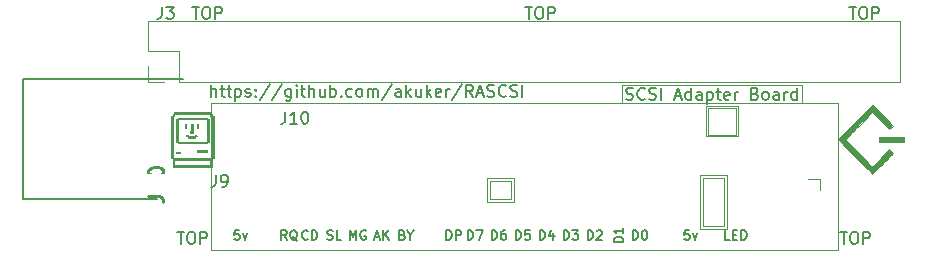
<source format=gto>
G04 #@! TF.GenerationSoftware,KiCad,Pcbnew,(5.1.9-16-g1737927814)-1*
G04 #@! TF.CreationDate,2021-10-16T21:24:18-05:00*
G04 #@! TF.ProjectId,daisy_chain_v2,64616973-795f-4636-9861-696e5f76322e,rev?*
G04 #@! TF.SameCoordinates,Original*
G04 #@! TF.FileFunction,Legend,Top*
G04 #@! TF.FilePolarity,Positive*
%FSLAX46Y46*%
G04 Gerber Fmt 4.6, Leading zero omitted, Abs format (unit mm)*
G04 Created by KiCad (PCBNEW (5.1.9-16-g1737927814)-1) date 2021-10-16 21:24:18*
%MOMM*%
%LPD*%
G01*
G04 APERTURE LIST*
%ADD10C,0.150000*%
%ADD11C,0.120000*%
%ADD12C,0.200000*%
%ADD13C,0.010000*%
%ADD14C,0.254000*%
%ADD15C,1.800000*%
%ADD16R,1.800000X1.800000*%
%ADD17C,2.700000*%
%ADD18C,4.845000*%
%ADD19C,1.545000*%
%ADD20O,1.350000X1.350000*%
%ADD21R,1.350000X1.350000*%
%ADD22O,1.700000X1.700000*%
%ADD23R,1.700000X1.700000*%
G04 APERTURE END LIST*
D10*
X233726476Y-97004380D02*
X234297904Y-97004380D01*
X234012190Y-98004380D02*
X234012190Y-97004380D01*
X234821714Y-97004380D02*
X235012190Y-97004380D01*
X235107428Y-97052000D01*
X235202666Y-97147238D01*
X235250285Y-97337714D01*
X235250285Y-97671047D01*
X235202666Y-97861523D01*
X235107428Y-97956761D01*
X235012190Y-98004380D01*
X234821714Y-98004380D01*
X234726476Y-97956761D01*
X234631238Y-97861523D01*
X234583619Y-97671047D01*
X234583619Y-97337714D01*
X234631238Y-97147238D01*
X234726476Y-97052000D01*
X234821714Y-97004380D01*
X235678857Y-98004380D02*
X235678857Y-97004380D01*
X236059809Y-97004380D01*
X236155047Y-97052000D01*
X236202666Y-97099619D01*
X236250285Y-97194857D01*
X236250285Y-97337714D01*
X236202666Y-97432952D01*
X236155047Y-97480571D01*
X236059809Y-97528190D01*
X235678857Y-97528190D01*
X177592476Y-97004380D02*
X178163904Y-97004380D01*
X177878190Y-98004380D02*
X177878190Y-97004380D01*
X178687714Y-97004380D02*
X178878190Y-97004380D01*
X178973428Y-97052000D01*
X179068666Y-97147238D01*
X179116285Y-97337714D01*
X179116285Y-97671047D01*
X179068666Y-97861523D01*
X178973428Y-97956761D01*
X178878190Y-98004380D01*
X178687714Y-98004380D01*
X178592476Y-97956761D01*
X178497238Y-97861523D01*
X178449619Y-97671047D01*
X178449619Y-97337714D01*
X178497238Y-97147238D01*
X178592476Y-97052000D01*
X178687714Y-97004380D01*
X179544857Y-98004380D02*
X179544857Y-97004380D01*
X179925809Y-97004380D01*
X180021047Y-97052000D01*
X180068666Y-97099619D01*
X180116285Y-97194857D01*
X180116285Y-97337714D01*
X180068666Y-97432952D01*
X180021047Y-97480571D01*
X179925809Y-97528190D01*
X179544857Y-97528190D01*
X207056476Y-77954380D02*
X207627904Y-77954380D01*
X207342190Y-78954380D02*
X207342190Y-77954380D01*
X208151714Y-77954380D02*
X208342190Y-77954380D01*
X208437428Y-78002000D01*
X208532666Y-78097238D01*
X208580285Y-78287714D01*
X208580285Y-78621047D01*
X208532666Y-78811523D01*
X208437428Y-78906761D01*
X208342190Y-78954380D01*
X208151714Y-78954380D01*
X208056476Y-78906761D01*
X207961238Y-78811523D01*
X207913619Y-78621047D01*
X207913619Y-78287714D01*
X207961238Y-78097238D01*
X208056476Y-78002000D01*
X208151714Y-77954380D01*
X209008857Y-78954380D02*
X209008857Y-77954380D01*
X209389809Y-77954380D01*
X209485047Y-78002000D01*
X209532666Y-78049619D01*
X209580285Y-78144857D01*
X209580285Y-78287714D01*
X209532666Y-78382952D01*
X209485047Y-78430571D01*
X209389809Y-78478190D01*
X209008857Y-78478190D01*
X178862476Y-77954380D02*
X179433904Y-77954380D01*
X179148190Y-78954380D02*
X179148190Y-77954380D01*
X179957714Y-77954380D02*
X180148190Y-77954380D01*
X180243428Y-78002000D01*
X180338666Y-78097238D01*
X180386285Y-78287714D01*
X180386285Y-78621047D01*
X180338666Y-78811523D01*
X180243428Y-78906761D01*
X180148190Y-78954380D01*
X179957714Y-78954380D01*
X179862476Y-78906761D01*
X179767238Y-78811523D01*
X179719619Y-78621047D01*
X179719619Y-78287714D01*
X179767238Y-78097238D01*
X179862476Y-78002000D01*
X179957714Y-77954380D01*
X180814857Y-78954380D02*
X180814857Y-77954380D01*
X181195809Y-77954380D01*
X181291047Y-78002000D01*
X181338666Y-78049619D01*
X181386285Y-78144857D01*
X181386285Y-78287714D01*
X181338666Y-78382952D01*
X181291047Y-78430571D01*
X181195809Y-78478190D01*
X180814857Y-78478190D01*
X234488476Y-77954380D02*
X235059904Y-77954380D01*
X234774190Y-78954380D02*
X234774190Y-77954380D01*
X235583714Y-77954380D02*
X235774190Y-77954380D01*
X235869428Y-78002000D01*
X235964666Y-78097238D01*
X236012285Y-78287714D01*
X236012285Y-78621047D01*
X235964666Y-78811523D01*
X235869428Y-78906761D01*
X235774190Y-78954380D01*
X235583714Y-78954380D01*
X235488476Y-78906761D01*
X235393238Y-78811523D01*
X235345619Y-78621047D01*
X235345619Y-78287714D01*
X235393238Y-78097238D01*
X235488476Y-78002000D01*
X235583714Y-77954380D01*
X236440857Y-78954380D02*
X236440857Y-77954380D01*
X236821809Y-77954380D01*
X236917047Y-78002000D01*
X236964666Y-78049619D01*
X237012285Y-78144857D01*
X237012285Y-78287714D01*
X236964666Y-78382952D01*
X236917047Y-78430571D01*
X236821809Y-78478190D01*
X236440857Y-78478190D01*
D11*
X215224000Y-86122000D02*
X215224000Y-84598000D01*
X230464000Y-86122000D02*
X215224000Y-86122000D01*
X230464000Y-84598000D02*
X230464000Y-86122000D01*
X215224000Y-84598000D02*
X230464000Y-84598000D01*
D10*
X215605904Y-85764761D02*
X215748761Y-85812380D01*
X215986857Y-85812380D01*
X216082095Y-85764761D01*
X216129714Y-85717142D01*
X216177333Y-85621904D01*
X216177333Y-85526666D01*
X216129714Y-85431428D01*
X216082095Y-85383809D01*
X215986857Y-85336190D01*
X215796380Y-85288571D01*
X215701142Y-85240952D01*
X215653523Y-85193333D01*
X215605904Y-85098095D01*
X215605904Y-85002857D01*
X215653523Y-84907619D01*
X215701142Y-84860000D01*
X215796380Y-84812380D01*
X216034476Y-84812380D01*
X216177333Y-84860000D01*
X217177333Y-85717142D02*
X217129714Y-85764761D01*
X216986857Y-85812380D01*
X216891619Y-85812380D01*
X216748761Y-85764761D01*
X216653523Y-85669523D01*
X216605904Y-85574285D01*
X216558285Y-85383809D01*
X216558285Y-85240952D01*
X216605904Y-85050476D01*
X216653523Y-84955238D01*
X216748761Y-84860000D01*
X216891619Y-84812380D01*
X216986857Y-84812380D01*
X217129714Y-84860000D01*
X217177333Y-84907619D01*
X217558285Y-85764761D02*
X217701142Y-85812380D01*
X217939238Y-85812380D01*
X218034476Y-85764761D01*
X218082095Y-85717142D01*
X218129714Y-85621904D01*
X218129714Y-85526666D01*
X218082095Y-85431428D01*
X218034476Y-85383809D01*
X217939238Y-85336190D01*
X217748761Y-85288571D01*
X217653523Y-85240952D01*
X217605904Y-85193333D01*
X217558285Y-85098095D01*
X217558285Y-85002857D01*
X217605904Y-84907619D01*
X217653523Y-84860000D01*
X217748761Y-84812380D01*
X217986857Y-84812380D01*
X218129714Y-84860000D01*
X218558285Y-85812380D02*
X218558285Y-84812380D01*
X219748761Y-85526666D02*
X220224952Y-85526666D01*
X219653523Y-85812380D02*
X219986857Y-84812380D01*
X220320190Y-85812380D01*
X221082095Y-85812380D02*
X221082095Y-84812380D01*
X221082095Y-85764761D02*
X220986857Y-85812380D01*
X220796380Y-85812380D01*
X220701142Y-85764761D01*
X220653523Y-85717142D01*
X220605904Y-85621904D01*
X220605904Y-85336190D01*
X220653523Y-85240952D01*
X220701142Y-85193333D01*
X220796380Y-85145714D01*
X220986857Y-85145714D01*
X221082095Y-85193333D01*
X221986857Y-85812380D02*
X221986857Y-85288571D01*
X221939238Y-85193333D01*
X221844000Y-85145714D01*
X221653523Y-85145714D01*
X221558285Y-85193333D01*
X221986857Y-85764761D02*
X221891619Y-85812380D01*
X221653523Y-85812380D01*
X221558285Y-85764761D01*
X221510666Y-85669523D01*
X221510666Y-85574285D01*
X221558285Y-85479047D01*
X221653523Y-85431428D01*
X221891619Y-85431428D01*
X221986857Y-85383809D01*
X222463047Y-85145714D02*
X222463047Y-86145714D01*
X222463047Y-85193333D02*
X222558285Y-85145714D01*
X222748761Y-85145714D01*
X222844000Y-85193333D01*
X222891619Y-85240952D01*
X222939238Y-85336190D01*
X222939238Y-85621904D01*
X222891619Y-85717142D01*
X222844000Y-85764761D01*
X222748761Y-85812380D01*
X222558285Y-85812380D01*
X222463047Y-85764761D01*
X223224952Y-85145714D02*
X223605904Y-85145714D01*
X223367809Y-84812380D02*
X223367809Y-85669523D01*
X223415428Y-85764761D01*
X223510666Y-85812380D01*
X223605904Y-85812380D01*
X224320190Y-85764761D02*
X224224952Y-85812380D01*
X224034476Y-85812380D01*
X223939238Y-85764761D01*
X223891619Y-85669523D01*
X223891619Y-85288571D01*
X223939238Y-85193333D01*
X224034476Y-85145714D01*
X224224952Y-85145714D01*
X224320190Y-85193333D01*
X224367809Y-85288571D01*
X224367809Y-85383809D01*
X223891619Y-85479047D01*
X224796380Y-85812380D02*
X224796380Y-85145714D01*
X224796380Y-85336190D02*
X224844000Y-85240952D01*
X224891619Y-85193333D01*
X224986857Y-85145714D01*
X225082095Y-85145714D01*
X226510666Y-85288571D02*
X226653523Y-85336190D01*
X226701142Y-85383809D01*
X226748761Y-85479047D01*
X226748761Y-85621904D01*
X226701142Y-85717142D01*
X226653523Y-85764761D01*
X226558285Y-85812380D01*
X226177333Y-85812380D01*
X226177333Y-84812380D01*
X226510666Y-84812380D01*
X226605904Y-84860000D01*
X226653523Y-84907619D01*
X226701142Y-85002857D01*
X226701142Y-85098095D01*
X226653523Y-85193333D01*
X226605904Y-85240952D01*
X226510666Y-85288571D01*
X226177333Y-85288571D01*
X227320190Y-85812380D02*
X227224952Y-85764761D01*
X227177333Y-85717142D01*
X227129714Y-85621904D01*
X227129714Y-85336190D01*
X227177333Y-85240952D01*
X227224952Y-85193333D01*
X227320190Y-85145714D01*
X227463047Y-85145714D01*
X227558285Y-85193333D01*
X227605904Y-85240952D01*
X227653523Y-85336190D01*
X227653523Y-85621904D01*
X227605904Y-85717142D01*
X227558285Y-85764761D01*
X227463047Y-85812380D01*
X227320190Y-85812380D01*
X228510666Y-85812380D02*
X228510666Y-85288571D01*
X228463047Y-85193333D01*
X228367809Y-85145714D01*
X228177333Y-85145714D01*
X228082095Y-85193333D01*
X228510666Y-85764761D02*
X228415428Y-85812380D01*
X228177333Y-85812380D01*
X228082095Y-85764761D01*
X228034476Y-85669523D01*
X228034476Y-85574285D01*
X228082095Y-85479047D01*
X228177333Y-85431428D01*
X228415428Y-85431428D01*
X228510666Y-85383809D01*
X228986857Y-85812380D02*
X228986857Y-85145714D01*
X228986857Y-85336190D02*
X229034476Y-85240952D01*
X229082095Y-85193333D01*
X229177333Y-85145714D01*
X229272571Y-85145714D01*
X230034476Y-85812380D02*
X230034476Y-84812380D01*
X230034476Y-85764761D02*
X229939238Y-85812380D01*
X229748761Y-85812380D01*
X229653523Y-85764761D01*
X229605904Y-85717142D01*
X229558285Y-85621904D01*
X229558285Y-85336190D01*
X229605904Y-85240952D01*
X229653523Y-85193333D01*
X229748761Y-85145714D01*
X229939238Y-85145714D01*
X230034476Y-85193333D01*
X186728476Y-86844380D02*
X186728476Y-87558666D01*
X186680857Y-87701523D01*
X186585619Y-87796761D01*
X186442761Y-87844380D01*
X186347523Y-87844380D01*
X187728476Y-87844380D02*
X187157047Y-87844380D01*
X187442761Y-87844380D02*
X187442761Y-86844380D01*
X187347523Y-86987238D01*
X187252285Y-87082476D01*
X187157047Y-87130095D01*
X188347523Y-86844380D02*
X188442761Y-86844380D01*
X188538000Y-86892000D01*
X188585619Y-86939619D01*
X188633238Y-87034857D01*
X188680857Y-87225333D01*
X188680857Y-87463428D01*
X188633238Y-87653904D01*
X188585619Y-87749142D01*
X188538000Y-87796761D01*
X188442761Y-87844380D01*
X188347523Y-87844380D01*
X188252285Y-87796761D01*
X188204666Y-87749142D01*
X188157047Y-87653904D01*
X188109428Y-87463428D01*
X188109428Y-87225333D01*
X188157047Y-87034857D01*
X188204666Y-86939619D01*
X188252285Y-86892000D01*
X188347523Y-86844380D01*
X180854666Y-92178380D02*
X180854666Y-92892666D01*
X180807047Y-93035523D01*
X180711809Y-93130761D01*
X180568952Y-93178380D01*
X180473714Y-93178380D01*
X181378476Y-93178380D02*
X181568952Y-93178380D01*
X181664190Y-93130761D01*
X181711809Y-93083142D01*
X181807047Y-92940285D01*
X181854666Y-92749809D01*
X181854666Y-92368857D01*
X181807047Y-92273619D01*
X181759428Y-92226000D01*
X181664190Y-92178380D01*
X181473714Y-92178380D01*
X181378476Y-92226000D01*
X181330857Y-92273619D01*
X181283238Y-92368857D01*
X181283238Y-92606952D01*
X181330857Y-92702190D01*
X181378476Y-92749809D01*
X181473714Y-92797428D01*
X181664190Y-92797428D01*
X181759428Y-92749809D01*
X181807047Y-92702190D01*
X181854666Y-92606952D01*
D11*
X221828000Y-96790000D02*
X221828000Y-92218000D01*
X224114000Y-96790000D02*
X221828000Y-96790000D01*
X224114000Y-92218000D02*
X224114000Y-96790000D01*
X221828000Y-92218000D02*
X224114000Y-92218000D01*
X222082000Y-96536000D02*
X222082000Y-92472000D01*
X223860000Y-96536000D02*
X222082000Y-96536000D01*
X223860000Y-92472000D02*
X223860000Y-96536000D01*
X222082000Y-92472000D02*
X223860000Y-92472000D01*
X204048000Y-94250000D02*
X204048000Y-92726000D01*
X205826000Y-94250000D02*
X204048000Y-94250000D01*
X205826000Y-92726000D02*
X205826000Y-94250000D01*
X204048000Y-92726000D02*
X205826000Y-92726000D01*
X203794000Y-94504000D02*
X203794000Y-92472000D01*
X206080000Y-94504000D02*
X203794000Y-94504000D01*
X206080000Y-92472000D02*
X206080000Y-94504000D01*
X203794000Y-92472000D02*
X206080000Y-92472000D01*
D10*
X224361714Y-97659904D02*
X223980761Y-97659904D01*
X223980761Y-96859904D01*
X224628380Y-97240857D02*
X224895047Y-97240857D01*
X225009333Y-97659904D02*
X224628380Y-97659904D01*
X224628380Y-96859904D01*
X225009333Y-96859904D01*
X225352190Y-97659904D02*
X225352190Y-96859904D01*
X225542666Y-96859904D01*
X225656952Y-96898000D01*
X225733142Y-96974190D01*
X225771238Y-97050380D01*
X225809333Y-97202761D01*
X225809333Y-97317047D01*
X225771238Y-97469428D01*
X225733142Y-97545619D01*
X225656952Y-97621809D01*
X225542666Y-97659904D01*
X225352190Y-97659904D01*
X200390476Y-97659904D02*
X200390476Y-96859904D01*
X200580952Y-96859904D01*
X200695238Y-96898000D01*
X200771428Y-96974190D01*
X200809523Y-97050380D01*
X200847619Y-97202761D01*
X200847619Y-97317047D01*
X200809523Y-97469428D01*
X200771428Y-97545619D01*
X200695238Y-97621809D01*
X200580952Y-97659904D01*
X200390476Y-97659904D01*
X201190476Y-97659904D02*
X201190476Y-96859904D01*
X201495238Y-96859904D01*
X201571428Y-96898000D01*
X201609523Y-96936095D01*
X201647619Y-97012285D01*
X201647619Y-97126571D01*
X201609523Y-97202761D01*
X201571428Y-97240857D01*
X201495238Y-97278952D01*
X201190476Y-97278952D01*
X206251523Y-97659904D02*
X206251523Y-96859904D01*
X206442000Y-96859904D01*
X206556285Y-96898000D01*
X206632476Y-96974190D01*
X206670571Y-97050380D01*
X206708666Y-97202761D01*
X206708666Y-97317047D01*
X206670571Y-97469428D01*
X206632476Y-97545619D01*
X206556285Y-97621809D01*
X206442000Y-97659904D01*
X206251523Y-97659904D01*
X207432476Y-96859904D02*
X207051523Y-96859904D01*
X207013428Y-97240857D01*
X207051523Y-97202761D01*
X207127714Y-97164666D01*
X207318190Y-97164666D01*
X207394380Y-97202761D01*
X207432476Y-97240857D01*
X207470571Y-97317047D01*
X207470571Y-97507523D01*
X207432476Y-97583714D01*
X207394380Y-97621809D01*
X207318190Y-97659904D01*
X207127714Y-97659904D01*
X207051523Y-97621809D01*
X207013428Y-97583714D01*
X215331904Y-97888476D02*
X214531904Y-97888476D01*
X214531904Y-97698000D01*
X214570000Y-97583714D01*
X214646190Y-97507523D01*
X214722380Y-97469428D01*
X214874761Y-97431333D01*
X214989047Y-97431333D01*
X215141428Y-97469428D01*
X215217619Y-97507523D01*
X215293809Y-97583714D01*
X215331904Y-97698000D01*
X215331904Y-97888476D01*
X215331904Y-96669428D02*
X215331904Y-97126571D01*
X215331904Y-96898000D02*
X214531904Y-96898000D01*
X214646190Y-96974190D01*
X214722380Y-97050380D01*
X214760476Y-97126571D01*
X216157523Y-97659904D02*
X216157523Y-96859904D01*
X216348000Y-96859904D01*
X216462285Y-96898000D01*
X216538476Y-96974190D01*
X216576571Y-97050380D01*
X216614666Y-97202761D01*
X216614666Y-97317047D01*
X216576571Y-97469428D01*
X216538476Y-97545619D01*
X216462285Y-97621809D01*
X216348000Y-97659904D01*
X216157523Y-97659904D01*
X217109904Y-96859904D02*
X217186095Y-96859904D01*
X217262285Y-96898000D01*
X217300380Y-96936095D01*
X217338476Y-97012285D01*
X217376571Y-97164666D01*
X217376571Y-97355142D01*
X217338476Y-97507523D01*
X217300380Y-97583714D01*
X217262285Y-97621809D01*
X217186095Y-97659904D01*
X217109904Y-97659904D01*
X217033714Y-97621809D01*
X216995619Y-97583714D01*
X216957523Y-97507523D01*
X216919428Y-97355142D01*
X216919428Y-97164666D01*
X216957523Y-97012285D01*
X216995619Y-96936095D01*
X217033714Y-96898000D01*
X217109904Y-96859904D01*
X212347523Y-97659904D02*
X212347523Y-96859904D01*
X212538000Y-96859904D01*
X212652285Y-96898000D01*
X212728476Y-96974190D01*
X212766571Y-97050380D01*
X212804666Y-97202761D01*
X212804666Y-97317047D01*
X212766571Y-97469428D01*
X212728476Y-97545619D01*
X212652285Y-97621809D01*
X212538000Y-97659904D01*
X212347523Y-97659904D01*
X213109428Y-96936095D02*
X213147523Y-96898000D01*
X213223714Y-96859904D01*
X213414190Y-96859904D01*
X213490380Y-96898000D01*
X213528476Y-96936095D01*
X213566571Y-97012285D01*
X213566571Y-97088476D01*
X213528476Y-97202761D01*
X213071333Y-97659904D01*
X213566571Y-97659904D01*
X210315523Y-97659904D02*
X210315523Y-96859904D01*
X210506000Y-96859904D01*
X210620285Y-96898000D01*
X210696476Y-96974190D01*
X210734571Y-97050380D01*
X210772666Y-97202761D01*
X210772666Y-97317047D01*
X210734571Y-97469428D01*
X210696476Y-97545619D01*
X210620285Y-97621809D01*
X210506000Y-97659904D01*
X210315523Y-97659904D01*
X211039333Y-96859904D02*
X211534571Y-96859904D01*
X211267904Y-97164666D01*
X211382190Y-97164666D01*
X211458380Y-97202761D01*
X211496476Y-97240857D01*
X211534571Y-97317047D01*
X211534571Y-97507523D01*
X211496476Y-97583714D01*
X211458380Y-97621809D01*
X211382190Y-97659904D01*
X211153619Y-97659904D01*
X211077428Y-97621809D01*
X211039333Y-97583714D01*
X208283523Y-97659904D02*
X208283523Y-96859904D01*
X208474000Y-96859904D01*
X208588285Y-96898000D01*
X208664476Y-96974190D01*
X208702571Y-97050380D01*
X208740666Y-97202761D01*
X208740666Y-97317047D01*
X208702571Y-97469428D01*
X208664476Y-97545619D01*
X208588285Y-97621809D01*
X208474000Y-97659904D01*
X208283523Y-97659904D01*
X209426380Y-97126571D02*
X209426380Y-97659904D01*
X209235904Y-96821809D02*
X209045428Y-97393238D01*
X209540666Y-97393238D01*
X202187523Y-97659904D02*
X202187523Y-96859904D01*
X202378000Y-96859904D01*
X202492285Y-96898000D01*
X202568476Y-96974190D01*
X202606571Y-97050380D01*
X202644666Y-97202761D01*
X202644666Y-97317047D01*
X202606571Y-97469428D01*
X202568476Y-97545619D01*
X202492285Y-97621809D01*
X202378000Y-97659904D01*
X202187523Y-97659904D01*
X202911333Y-96859904D02*
X203444666Y-96859904D01*
X203101809Y-97659904D01*
X204219523Y-97659904D02*
X204219523Y-96859904D01*
X204410000Y-96859904D01*
X204524285Y-96898000D01*
X204600476Y-96974190D01*
X204638571Y-97050380D01*
X204676666Y-97202761D01*
X204676666Y-97317047D01*
X204638571Y-97469428D01*
X204600476Y-97545619D01*
X204524285Y-97621809D01*
X204410000Y-97659904D01*
X204219523Y-97659904D01*
X205362380Y-96859904D02*
X205210000Y-96859904D01*
X205133809Y-96898000D01*
X205095714Y-96936095D01*
X205019523Y-97050380D01*
X204981428Y-97202761D01*
X204981428Y-97507523D01*
X205019523Y-97583714D01*
X205057619Y-97621809D01*
X205133809Y-97659904D01*
X205286190Y-97659904D01*
X205362380Y-97621809D01*
X205400476Y-97583714D01*
X205438571Y-97507523D01*
X205438571Y-97317047D01*
X205400476Y-97240857D01*
X205362380Y-97202761D01*
X205286190Y-97164666D01*
X205133809Y-97164666D01*
X205057619Y-97202761D01*
X205019523Y-97240857D01*
X204981428Y-97317047D01*
X196650285Y-97240857D02*
X196764571Y-97278952D01*
X196802666Y-97317047D01*
X196840761Y-97393238D01*
X196840761Y-97507523D01*
X196802666Y-97583714D01*
X196764571Y-97621809D01*
X196688380Y-97659904D01*
X196383619Y-97659904D01*
X196383619Y-96859904D01*
X196650285Y-96859904D01*
X196726476Y-96898000D01*
X196764571Y-96936095D01*
X196802666Y-97012285D01*
X196802666Y-97088476D01*
X196764571Y-97164666D01*
X196726476Y-97202761D01*
X196650285Y-97240857D01*
X196383619Y-97240857D01*
X197336000Y-97278952D02*
X197336000Y-97659904D01*
X197069333Y-96859904D02*
X197336000Y-97278952D01*
X197602666Y-96859904D01*
X194313523Y-97431333D02*
X194694476Y-97431333D01*
X194237333Y-97659904D02*
X194504000Y-96859904D01*
X194770666Y-97659904D01*
X195037333Y-97659904D02*
X195037333Y-96859904D01*
X195494476Y-97659904D02*
X195151619Y-97202761D01*
X195494476Y-96859904D02*
X195037333Y-97317047D01*
X220951714Y-96859904D02*
X220570761Y-96859904D01*
X220532666Y-97240857D01*
X220570761Y-97202761D01*
X220646952Y-97164666D01*
X220837428Y-97164666D01*
X220913619Y-97202761D01*
X220951714Y-97240857D01*
X220989809Y-97317047D01*
X220989809Y-97507523D01*
X220951714Y-97583714D01*
X220913619Y-97621809D01*
X220837428Y-97659904D01*
X220646952Y-97659904D01*
X220570761Y-97621809D01*
X220532666Y-97583714D01*
X221256476Y-97126571D02*
X221446952Y-97659904D01*
X221637428Y-97126571D01*
X192205333Y-97659904D02*
X192205333Y-96859904D01*
X192472000Y-97431333D01*
X192738666Y-96859904D01*
X192738666Y-97659904D01*
X193538666Y-96898000D02*
X193462476Y-96859904D01*
X193348190Y-96859904D01*
X193233904Y-96898000D01*
X193157714Y-96974190D01*
X193119619Y-97050380D01*
X193081523Y-97202761D01*
X193081523Y-97317047D01*
X193119619Y-97469428D01*
X193157714Y-97545619D01*
X193233904Y-97621809D01*
X193348190Y-97659904D01*
X193424380Y-97659904D01*
X193538666Y-97621809D01*
X193576761Y-97583714D01*
X193576761Y-97317047D01*
X193424380Y-97317047D01*
X182851714Y-96859904D02*
X182470761Y-96859904D01*
X182432666Y-97240857D01*
X182470761Y-97202761D01*
X182546952Y-97164666D01*
X182737428Y-97164666D01*
X182813619Y-97202761D01*
X182851714Y-97240857D01*
X182889809Y-97317047D01*
X182889809Y-97507523D01*
X182851714Y-97583714D01*
X182813619Y-97621809D01*
X182737428Y-97659904D01*
X182546952Y-97659904D01*
X182470761Y-97621809D01*
X182432666Y-97583714D01*
X183156476Y-97126571D02*
X183346952Y-97659904D01*
X183537428Y-97126571D01*
X188655619Y-97583714D02*
X188617523Y-97621809D01*
X188503238Y-97659904D01*
X188427047Y-97659904D01*
X188312761Y-97621809D01*
X188236571Y-97545619D01*
X188198476Y-97469428D01*
X188160380Y-97317047D01*
X188160380Y-97202761D01*
X188198476Y-97050380D01*
X188236571Y-96974190D01*
X188312761Y-96898000D01*
X188427047Y-96859904D01*
X188503238Y-96859904D01*
X188617523Y-96898000D01*
X188655619Y-96936095D01*
X188998476Y-97659904D02*
X188998476Y-96859904D01*
X189188952Y-96859904D01*
X189303238Y-96898000D01*
X189379428Y-96974190D01*
X189417523Y-97050380D01*
X189455619Y-97202761D01*
X189455619Y-97317047D01*
X189417523Y-97469428D01*
X189379428Y-97545619D01*
X189303238Y-97621809D01*
X189188952Y-97659904D01*
X188998476Y-97659904D01*
X186858571Y-97659904D02*
X186591904Y-97278952D01*
X186401428Y-97659904D02*
X186401428Y-96859904D01*
X186706190Y-96859904D01*
X186782380Y-96898000D01*
X186820476Y-96936095D01*
X186858571Y-97012285D01*
X186858571Y-97126571D01*
X186820476Y-97202761D01*
X186782380Y-97240857D01*
X186706190Y-97278952D01*
X186401428Y-97278952D01*
X187734761Y-97736095D02*
X187658571Y-97698000D01*
X187582380Y-97621809D01*
X187468095Y-97507523D01*
X187391904Y-97469428D01*
X187315714Y-97469428D01*
X187353809Y-97659904D02*
X187277619Y-97621809D01*
X187201428Y-97545619D01*
X187163333Y-97393238D01*
X187163333Y-97126571D01*
X187201428Y-96974190D01*
X187277619Y-96898000D01*
X187353809Y-96859904D01*
X187506190Y-96859904D01*
X187582380Y-96898000D01*
X187658571Y-96974190D01*
X187696666Y-97126571D01*
X187696666Y-97393238D01*
X187658571Y-97545619D01*
X187582380Y-97621809D01*
X187506190Y-97659904D01*
X187353809Y-97659904D01*
X190287619Y-97621809D02*
X190401904Y-97659904D01*
X190592380Y-97659904D01*
X190668571Y-97621809D01*
X190706666Y-97583714D01*
X190744761Y-97507523D01*
X190744761Y-97431333D01*
X190706666Y-97355142D01*
X190668571Y-97317047D01*
X190592380Y-97278952D01*
X190440000Y-97240857D01*
X190363809Y-97202761D01*
X190325714Y-97164666D01*
X190287619Y-97088476D01*
X190287619Y-97012285D01*
X190325714Y-96936095D01*
X190363809Y-96898000D01*
X190440000Y-96859904D01*
X190630476Y-96859904D01*
X190744761Y-96898000D01*
X191468571Y-97659904D02*
X191087619Y-97659904D01*
X191087619Y-96859904D01*
X180467333Y-85558380D02*
X180467333Y-84558380D01*
X180895904Y-85558380D02*
X180895904Y-85034571D01*
X180848285Y-84939333D01*
X180753047Y-84891714D01*
X180610190Y-84891714D01*
X180514952Y-84939333D01*
X180467333Y-84986952D01*
X181229238Y-84891714D02*
X181610190Y-84891714D01*
X181372095Y-84558380D02*
X181372095Y-85415523D01*
X181419714Y-85510761D01*
X181514952Y-85558380D01*
X181610190Y-85558380D01*
X181800666Y-84891714D02*
X182181619Y-84891714D01*
X181943523Y-84558380D02*
X181943523Y-85415523D01*
X181991142Y-85510761D01*
X182086380Y-85558380D01*
X182181619Y-85558380D01*
X182514952Y-84891714D02*
X182514952Y-85891714D01*
X182514952Y-84939333D02*
X182610190Y-84891714D01*
X182800666Y-84891714D01*
X182895904Y-84939333D01*
X182943523Y-84986952D01*
X182991142Y-85082190D01*
X182991142Y-85367904D01*
X182943523Y-85463142D01*
X182895904Y-85510761D01*
X182800666Y-85558380D01*
X182610190Y-85558380D01*
X182514952Y-85510761D01*
X183372095Y-85510761D02*
X183467333Y-85558380D01*
X183657809Y-85558380D01*
X183753047Y-85510761D01*
X183800666Y-85415523D01*
X183800666Y-85367904D01*
X183753047Y-85272666D01*
X183657809Y-85225047D01*
X183514952Y-85225047D01*
X183419714Y-85177428D01*
X183372095Y-85082190D01*
X183372095Y-85034571D01*
X183419714Y-84939333D01*
X183514952Y-84891714D01*
X183657809Y-84891714D01*
X183753047Y-84939333D01*
X184229238Y-85463142D02*
X184276857Y-85510761D01*
X184229238Y-85558380D01*
X184181619Y-85510761D01*
X184229238Y-85463142D01*
X184229238Y-85558380D01*
X184229238Y-84939333D02*
X184276857Y-84986952D01*
X184229238Y-85034571D01*
X184181619Y-84986952D01*
X184229238Y-84939333D01*
X184229238Y-85034571D01*
X185419714Y-84510761D02*
X184562571Y-85796476D01*
X186467333Y-84510761D02*
X185610190Y-85796476D01*
X187229238Y-84891714D02*
X187229238Y-85701238D01*
X187181619Y-85796476D01*
X187134000Y-85844095D01*
X187038761Y-85891714D01*
X186895904Y-85891714D01*
X186800666Y-85844095D01*
X187229238Y-85510761D02*
X187134000Y-85558380D01*
X186943523Y-85558380D01*
X186848285Y-85510761D01*
X186800666Y-85463142D01*
X186753047Y-85367904D01*
X186753047Y-85082190D01*
X186800666Y-84986952D01*
X186848285Y-84939333D01*
X186943523Y-84891714D01*
X187134000Y-84891714D01*
X187229238Y-84939333D01*
X187705428Y-85558380D02*
X187705428Y-84891714D01*
X187705428Y-84558380D02*
X187657809Y-84606000D01*
X187705428Y-84653619D01*
X187753047Y-84606000D01*
X187705428Y-84558380D01*
X187705428Y-84653619D01*
X188038761Y-84891714D02*
X188419714Y-84891714D01*
X188181619Y-84558380D02*
X188181619Y-85415523D01*
X188229238Y-85510761D01*
X188324476Y-85558380D01*
X188419714Y-85558380D01*
X188753047Y-85558380D02*
X188753047Y-84558380D01*
X189181619Y-85558380D02*
X189181619Y-85034571D01*
X189134000Y-84939333D01*
X189038761Y-84891714D01*
X188895904Y-84891714D01*
X188800666Y-84939333D01*
X188753047Y-84986952D01*
X190086380Y-84891714D02*
X190086380Y-85558380D01*
X189657809Y-84891714D02*
X189657809Y-85415523D01*
X189705428Y-85510761D01*
X189800666Y-85558380D01*
X189943523Y-85558380D01*
X190038761Y-85510761D01*
X190086380Y-85463142D01*
X190562571Y-85558380D02*
X190562571Y-84558380D01*
X190562571Y-84939333D02*
X190657809Y-84891714D01*
X190848285Y-84891714D01*
X190943523Y-84939333D01*
X190991142Y-84986952D01*
X191038761Y-85082190D01*
X191038761Y-85367904D01*
X190991142Y-85463142D01*
X190943523Y-85510761D01*
X190848285Y-85558380D01*
X190657809Y-85558380D01*
X190562571Y-85510761D01*
X191467333Y-85463142D02*
X191514952Y-85510761D01*
X191467333Y-85558380D01*
X191419714Y-85510761D01*
X191467333Y-85463142D01*
X191467333Y-85558380D01*
X192372095Y-85510761D02*
X192276857Y-85558380D01*
X192086380Y-85558380D01*
X191991142Y-85510761D01*
X191943523Y-85463142D01*
X191895904Y-85367904D01*
X191895904Y-85082190D01*
X191943523Y-84986952D01*
X191991142Y-84939333D01*
X192086380Y-84891714D01*
X192276857Y-84891714D01*
X192372095Y-84939333D01*
X192943523Y-85558380D02*
X192848285Y-85510761D01*
X192800666Y-85463142D01*
X192753047Y-85367904D01*
X192753047Y-85082190D01*
X192800666Y-84986952D01*
X192848285Y-84939333D01*
X192943523Y-84891714D01*
X193086380Y-84891714D01*
X193181619Y-84939333D01*
X193229238Y-84986952D01*
X193276857Y-85082190D01*
X193276857Y-85367904D01*
X193229238Y-85463142D01*
X193181619Y-85510761D01*
X193086380Y-85558380D01*
X192943523Y-85558380D01*
X193705428Y-85558380D02*
X193705428Y-84891714D01*
X193705428Y-84986952D02*
X193753047Y-84939333D01*
X193848285Y-84891714D01*
X193991142Y-84891714D01*
X194086380Y-84939333D01*
X194134000Y-85034571D01*
X194134000Y-85558380D01*
X194134000Y-85034571D02*
X194181619Y-84939333D01*
X194276857Y-84891714D01*
X194419714Y-84891714D01*
X194514952Y-84939333D01*
X194562571Y-85034571D01*
X194562571Y-85558380D01*
X195753047Y-84510761D02*
X194895904Y-85796476D01*
X196514952Y-85558380D02*
X196514952Y-85034571D01*
X196467333Y-84939333D01*
X196372095Y-84891714D01*
X196181619Y-84891714D01*
X196086380Y-84939333D01*
X196514952Y-85510761D02*
X196419714Y-85558380D01*
X196181619Y-85558380D01*
X196086380Y-85510761D01*
X196038761Y-85415523D01*
X196038761Y-85320285D01*
X196086380Y-85225047D01*
X196181619Y-85177428D01*
X196419714Y-85177428D01*
X196514952Y-85129809D01*
X196991142Y-85558380D02*
X196991142Y-84558380D01*
X197086380Y-85177428D02*
X197372095Y-85558380D01*
X197372095Y-84891714D02*
X196991142Y-85272666D01*
X198229238Y-84891714D02*
X198229238Y-85558380D01*
X197800666Y-84891714D02*
X197800666Y-85415523D01*
X197848285Y-85510761D01*
X197943523Y-85558380D01*
X198086380Y-85558380D01*
X198181619Y-85510761D01*
X198229238Y-85463142D01*
X198705428Y-85558380D02*
X198705428Y-84558380D01*
X198800666Y-85177428D02*
X199086380Y-85558380D01*
X199086380Y-84891714D02*
X198705428Y-85272666D01*
X199895904Y-85510761D02*
X199800666Y-85558380D01*
X199610190Y-85558380D01*
X199514952Y-85510761D01*
X199467333Y-85415523D01*
X199467333Y-85034571D01*
X199514952Y-84939333D01*
X199610190Y-84891714D01*
X199800666Y-84891714D01*
X199895904Y-84939333D01*
X199943523Y-85034571D01*
X199943523Y-85129809D01*
X199467333Y-85225047D01*
X200372095Y-85558380D02*
X200372095Y-84891714D01*
X200372095Y-85082190D02*
X200419714Y-84986952D01*
X200467333Y-84939333D01*
X200562571Y-84891714D01*
X200657809Y-84891714D01*
X201705428Y-84510761D02*
X200848285Y-85796476D01*
X202610190Y-85558380D02*
X202276857Y-85082190D01*
X202038761Y-85558380D02*
X202038761Y-84558380D01*
X202419714Y-84558380D01*
X202514952Y-84606000D01*
X202562571Y-84653619D01*
X202610190Y-84748857D01*
X202610190Y-84891714D01*
X202562571Y-84986952D01*
X202514952Y-85034571D01*
X202419714Y-85082190D01*
X202038761Y-85082190D01*
X202991142Y-85272666D02*
X203467333Y-85272666D01*
X202895904Y-85558380D02*
X203229238Y-84558380D01*
X203562571Y-85558380D01*
X203848285Y-85510761D02*
X203991142Y-85558380D01*
X204229238Y-85558380D01*
X204324476Y-85510761D01*
X204372095Y-85463142D01*
X204419714Y-85367904D01*
X204419714Y-85272666D01*
X204372095Y-85177428D01*
X204324476Y-85129809D01*
X204229238Y-85082190D01*
X204038761Y-85034571D01*
X203943523Y-84986952D01*
X203895904Y-84939333D01*
X203848285Y-84844095D01*
X203848285Y-84748857D01*
X203895904Y-84653619D01*
X203943523Y-84606000D01*
X204038761Y-84558380D01*
X204276857Y-84558380D01*
X204419714Y-84606000D01*
X205419714Y-85463142D02*
X205372095Y-85510761D01*
X205229238Y-85558380D01*
X205134000Y-85558380D01*
X204991142Y-85510761D01*
X204895904Y-85415523D01*
X204848285Y-85320285D01*
X204800666Y-85129809D01*
X204800666Y-84986952D01*
X204848285Y-84796476D01*
X204895904Y-84701238D01*
X204991142Y-84606000D01*
X205134000Y-84558380D01*
X205229238Y-84558380D01*
X205372095Y-84606000D01*
X205419714Y-84653619D01*
X205800666Y-85510761D02*
X205943523Y-85558380D01*
X206181619Y-85558380D01*
X206276857Y-85510761D01*
X206324476Y-85463142D01*
X206372095Y-85367904D01*
X206372095Y-85272666D01*
X206324476Y-85177428D01*
X206276857Y-85129809D01*
X206181619Y-85082190D01*
X205991142Y-85034571D01*
X205895904Y-84986952D01*
X205848285Y-84939333D01*
X205800666Y-84844095D01*
X205800666Y-84748857D01*
X205848285Y-84653619D01*
X205895904Y-84606000D01*
X205991142Y-84558380D01*
X206229238Y-84558380D01*
X206372095Y-84606000D01*
X206800666Y-85558380D02*
X206800666Y-84558380D01*
D11*
X222504000Y-88773000D02*
X222504000Y-86487000D01*
X224917000Y-88773000D02*
X222504000Y-88773000D01*
X224917000Y-86487000D02*
X224917000Y-88773000D01*
X222504000Y-86487000D02*
X224917000Y-86487000D01*
X222377000Y-88900000D02*
X222377000Y-86360000D01*
X225044000Y-88900000D02*
X222377000Y-88900000D01*
X225044000Y-86360000D02*
X225044000Y-88900000D01*
X222377000Y-86360000D02*
X225044000Y-86360000D01*
X233553000Y-86106000D02*
X180467000Y-86106000D01*
X233553000Y-98552000D02*
X233553000Y-86106000D01*
X180467000Y-98552000D02*
X233553000Y-98552000D01*
X180467000Y-86106000D02*
X180467000Y-98552000D01*
D12*
G04 #@! TO.C,J20*
X164554000Y-84030000D02*
X178054000Y-84030000D01*
X164554000Y-94230000D02*
X164554000Y-84030000D01*
X175854000Y-94230000D02*
X164554000Y-94230000D01*
D13*
G04 #@! TO.C,X8*
G36*
X236445110Y-86261390D02*
G01*
X236471872Y-86287321D01*
X236514156Y-86328743D01*
X236570725Y-86384434D01*
X236640347Y-86453173D01*
X236721787Y-86533738D01*
X236813811Y-86624909D01*
X236915186Y-86725464D01*
X237024677Y-86834182D01*
X237141050Y-86949842D01*
X237263072Y-87071222D01*
X237322264Y-87130140D01*
X238200945Y-88004931D01*
X237887381Y-88319249D01*
X237163365Y-87596283D01*
X236439350Y-86873317D01*
X235292946Y-88012133D01*
X235150717Y-88153521D01*
X235013571Y-88290049D01*
X234882581Y-88420642D01*
X234758817Y-88544223D01*
X234643350Y-88659717D01*
X234537252Y-88766047D01*
X234441593Y-88862137D01*
X234357445Y-88946911D01*
X234285879Y-89019293D01*
X234227966Y-89078208D01*
X234184777Y-89122577D01*
X234157383Y-89151327D01*
X234146855Y-89163381D01*
X234146771Y-89163623D01*
X234155613Y-89174007D01*
X234181370Y-89201253D01*
X234222977Y-89244281D01*
X234279365Y-89302015D01*
X234349471Y-89373375D01*
X234432225Y-89457285D01*
X234526564Y-89552666D01*
X234631419Y-89658440D01*
X234745725Y-89773529D01*
X234868415Y-89896855D01*
X234998423Y-90027339D01*
X235134682Y-90163905D01*
X235276126Y-90305474D01*
X235293141Y-90322491D01*
X236439282Y-91468685D01*
X237165401Y-90742648D01*
X237891521Y-90016611D01*
X238044910Y-90167027D01*
X238095494Y-90217054D01*
X238139051Y-90260937D01*
X238172603Y-90295612D01*
X238193176Y-90318015D01*
X238198300Y-90324964D01*
X238189545Y-90334794D01*
X238164273Y-90361055D01*
X238123969Y-90402261D01*
X238070118Y-90456926D01*
X238004207Y-90523562D01*
X237927721Y-90600684D01*
X237842147Y-90686806D01*
X237748968Y-90780441D01*
X237649673Y-90880103D01*
X237545746Y-90984305D01*
X237438672Y-91091562D01*
X237329939Y-91200386D01*
X237221031Y-91309292D01*
X237113435Y-91416794D01*
X237008636Y-91521405D01*
X236908119Y-91621639D01*
X236813372Y-91716009D01*
X236725879Y-91803029D01*
X236647126Y-91881213D01*
X236578599Y-91949075D01*
X236521784Y-92005128D01*
X236478167Y-92047887D01*
X236449233Y-92075863D01*
X236436468Y-92087573D01*
X236436055Y-92087830D01*
X236426190Y-92079352D01*
X236399333Y-92053837D01*
X236356431Y-92012228D01*
X236298435Y-91955464D01*
X236226294Y-91884488D01*
X236140957Y-91800241D01*
X236043375Y-91703665D01*
X235934496Y-91595700D01*
X235815270Y-91477288D01*
X235686648Y-91349371D01*
X235549577Y-91212890D01*
X235405008Y-91068786D01*
X235253890Y-90918001D01*
X235097173Y-90761476D01*
X234966155Y-90630505D01*
X233505692Y-89170000D01*
X234966155Y-87709494D01*
X235126716Y-87548999D01*
X235282441Y-87393476D01*
X235432379Y-87243869D01*
X235575583Y-87101117D01*
X235711102Y-86966162D01*
X235837990Y-86839946D01*
X235955296Y-86723410D01*
X236062072Y-86617494D01*
X236157370Y-86523141D01*
X236240240Y-86441292D01*
X236309733Y-86372888D01*
X236364901Y-86318870D01*
X236404795Y-86280179D01*
X236428467Y-86257757D01*
X236435101Y-86252169D01*
X236445110Y-86261390D01*
G37*
X236445110Y-86261390D02*
X236471872Y-86287321D01*
X236514156Y-86328743D01*
X236570725Y-86384434D01*
X236640347Y-86453173D01*
X236721787Y-86533738D01*
X236813811Y-86624909D01*
X236915186Y-86725464D01*
X237024677Y-86834182D01*
X237141050Y-86949842D01*
X237263072Y-87071222D01*
X237322264Y-87130140D01*
X238200945Y-88004931D01*
X237887381Y-88319249D01*
X237163365Y-87596283D01*
X236439350Y-86873317D01*
X235292946Y-88012133D01*
X235150717Y-88153521D01*
X235013571Y-88290049D01*
X234882581Y-88420642D01*
X234758817Y-88544223D01*
X234643350Y-88659717D01*
X234537252Y-88766047D01*
X234441593Y-88862137D01*
X234357445Y-88946911D01*
X234285879Y-89019293D01*
X234227966Y-89078208D01*
X234184777Y-89122577D01*
X234157383Y-89151327D01*
X234146855Y-89163381D01*
X234146771Y-89163623D01*
X234155613Y-89174007D01*
X234181370Y-89201253D01*
X234222977Y-89244281D01*
X234279365Y-89302015D01*
X234349471Y-89373375D01*
X234432225Y-89457285D01*
X234526564Y-89552666D01*
X234631419Y-89658440D01*
X234745725Y-89773529D01*
X234868415Y-89896855D01*
X234998423Y-90027339D01*
X235134682Y-90163905D01*
X235276126Y-90305474D01*
X235293141Y-90322491D01*
X236439282Y-91468685D01*
X237165401Y-90742648D01*
X237891521Y-90016611D01*
X238044910Y-90167027D01*
X238095494Y-90217054D01*
X238139051Y-90260937D01*
X238172603Y-90295612D01*
X238193176Y-90318015D01*
X238198300Y-90324964D01*
X238189545Y-90334794D01*
X238164273Y-90361055D01*
X238123969Y-90402261D01*
X238070118Y-90456926D01*
X238004207Y-90523562D01*
X237927721Y-90600684D01*
X237842147Y-90686806D01*
X237748968Y-90780441D01*
X237649673Y-90880103D01*
X237545746Y-90984305D01*
X237438672Y-91091562D01*
X237329939Y-91200386D01*
X237221031Y-91309292D01*
X237113435Y-91416794D01*
X237008636Y-91521405D01*
X236908119Y-91621639D01*
X236813372Y-91716009D01*
X236725879Y-91803029D01*
X236647126Y-91881213D01*
X236578599Y-91949075D01*
X236521784Y-92005128D01*
X236478167Y-92047887D01*
X236449233Y-92075863D01*
X236436468Y-92087573D01*
X236436055Y-92087830D01*
X236426190Y-92079352D01*
X236399333Y-92053837D01*
X236356431Y-92012228D01*
X236298435Y-91955464D01*
X236226294Y-91884488D01*
X236140957Y-91800241D01*
X236043375Y-91703665D01*
X235934496Y-91595700D01*
X235815270Y-91477288D01*
X235686648Y-91349371D01*
X235549577Y-91212890D01*
X235405008Y-91068786D01*
X235253890Y-90918001D01*
X235097173Y-90761476D01*
X234966155Y-90630505D01*
X233505692Y-89170000D01*
X234966155Y-87709494D01*
X235126716Y-87548999D01*
X235282441Y-87393476D01*
X235432379Y-87243869D01*
X235575583Y-87101117D01*
X235711102Y-86966162D01*
X235837990Y-86839946D01*
X235955296Y-86723410D01*
X236062072Y-86617494D01*
X236157370Y-86523141D01*
X236240240Y-86441292D01*
X236309733Y-86372888D01*
X236364901Y-86318870D01*
X236404795Y-86280179D01*
X236428467Y-86257757D01*
X236435101Y-86252169D01*
X236445110Y-86261390D01*
G36*
X239100000Y-89398600D02*
G01*
X238052250Y-89398600D01*
X237891557Y-89398524D01*
X237738371Y-89398307D01*
X237594564Y-89397958D01*
X237462010Y-89397489D01*
X237342582Y-89396911D01*
X237238152Y-89396237D01*
X237150594Y-89395476D01*
X237081781Y-89394641D01*
X237033586Y-89393743D01*
X237007883Y-89392793D01*
X237004011Y-89392250D01*
X237003824Y-89378080D01*
X237003612Y-89342764D01*
X237003392Y-89290556D01*
X237003182Y-89225708D01*
X237003033Y-89166825D01*
X237002544Y-88947750D01*
X238051272Y-88944501D01*
X239100000Y-88941253D01*
X239100000Y-89398600D01*
G37*
X239100000Y-89398600D02*
X238052250Y-89398600D01*
X237891557Y-89398524D01*
X237738371Y-89398307D01*
X237594564Y-89397958D01*
X237462010Y-89397489D01*
X237342582Y-89396911D01*
X237238152Y-89396237D01*
X237150594Y-89395476D01*
X237081781Y-89394641D01*
X237033586Y-89393743D01*
X237007883Y-89392793D01*
X237004011Y-89392250D01*
X237003824Y-89378080D01*
X237003612Y-89342764D01*
X237003392Y-89290556D01*
X237003182Y-89225708D01*
X237003033Y-89166825D01*
X237002544Y-88947750D01*
X238051272Y-88944501D01*
X239100000Y-88941253D01*
X239100000Y-89398600D01*
G04 #@! TO.C,X1*
G36*
X180379818Y-86964818D02*
G01*
X180383680Y-87019117D01*
X180403267Y-87041388D01*
X180449091Y-87045636D01*
X180498157Y-87051358D01*
X180516241Y-87078347D01*
X180518364Y-87114909D01*
X180522869Y-87161451D01*
X180545721Y-87180540D01*
X180599182Y-87184182D01*
X180680000Y-87184182D01*
X180680000Y-90786364D01*
X180518364Y-90786364D01*
X180518364Y-91502182D01*
X177216364Y-91502182D01*
X177216364Y-90924909D01*
X177354909Y-90924909D01*
X177354909Y-91363636D01*
X180379818Y-91363636D01*
X180379818Y-90924909D01*
X177354909Y-90924909D01*
X177216364Y-90924909D01*
X177216364Y-90786364D01*
X177054727Y-90786364D01*
X177054727Y-87184182D01*
X177135546Y-87184182D01*
X177216364Y-87184182D01*
X177216364Y-90786364D01*
X180518364Y-90786364D01*
X180518364Y-87184182D01*
X180449091Y-87184182D01*
X180400025Y-87178460D01*
X180381940Y-87151471D01*
X180379818Y-87114909D01*
X180379818Y-87045636D01*
X177354909Y-87045636D01*
X177354909Y-87114909D01*
X177349188Y-87163975D01*
X177322198Y-87182060D01*
X177285636Y-87184182D01*
X177216364Y-87184182D01*
X177135546Y-87184182D01*
X177189844Y-87180320D01*
X177212115Y-87160733D01*
X177216364Y-87114909D01*
X177222085Y-87065843D01*
X177249075Y-87047759D01*
X177285636Y-87045636D01*
X177332178Y-87041131D01*
X177351268Y-87018279D01*
X177354909Y-86964818D01*
X177354909Y-86884000D01*
X180379818Y-86884000D01*
X180379818Y-86964818D01*
G37*
X180379818Y-86964818D02*
X180383680Y-87019117D01*
X180403267Y-87041388D01*
X180449091Y-87045636D01*
X180498157Y-87051358D01*
X180516241Y-87078347D01*
X180518364Y-87114909D01*
X180522869Y-87161451D01*
X180545721Y-87180540D01*
X180599182Y-87184182D01*
X180680000Y-87184182D01*
X180680000Y-90786364D01*
X180518364Y-90786364D01*
X180518364Y-91502182D01*
X177216364Y-91502182D01*
X177216364Y-90924909D01*
X177354909Y-90924909D01*
X177354909Y-91363636D01*
X180379818Y-91363636D01*
X180379818Y-90924909D01*
X177354909Y-90924909D01*
X177216364Y-90924909D01*
X177216364Y-90786364D01*
X177054727Y-90786364D01*
X177054727Y-87184182D01*
X177135546Y-87184182D01*
X177216364Y-87184182D01*
X177216364Y-90786364D01*
X180518364Y-90786364D01*
X180518364Y-87184182D01*
X180449091Y-87184182D01*
X180400025Y-87178460D01*
X180381940Y-87151471D01*
X180379818Y-87114909D01*
X180379818Y-87045636D01*
X177354909Y-87045636D01*
X177354909Y-87114909D01*
X177349188Y-87163975D01*
X177322198Y-87182060D01*
X177285636Y-87184182D01*
X177216364Y-87184182D01*
X177135546Y-87184182D01*
X177189844Y-87180320D01*
X177212115Y-87160733D01*
X177216364Y-87114909D01*
X177222085Y-87065843D01*
X177249075Y-87047759D01*
X177285636Y-87045636D01*
X177332178Y-87041131D01*
X177351268Y-87018279D01*
X177354909Y-86964818D01*
X177354909Y-86884000D01*
X180379818Y-86884000D01*
X180379818Y-86964818D01*
G36*
X177793636Y-90347636D02*
G01*
X177493455Y-90347636D01*
X177493455Y-90209091D01*
X177793636Y-90209091D01*
X177793636Y-90347636D01*
G37*
X177793636Y-90347636D02*
X177493455Y-90347636D01*
X177493455Y-90209091D01*
X177793636Y-90209091D01*
X177793636Y-90347636D01*
G36*
X180102727Y-90209091D02*
G01*
X179225273Y-90209091D01*
X179225273Y-90070546D01*
X180102727Y-90070546D01*
X180102727Y-90209091D01*
G37*
X180102727Y-90209091D02*
X179225273Y-90209091D01*
X179225273Y-90070546D01*
X180102727Y-90070546D01*
X180102727Y-90209091D01*
G36*
X180102727Y-87392000D02*
G01*
X180108449Y-87441066D01*
X180135438Y-87459151D01*
X180172000Y-87461273D01*
X180241273Y-87461273D01*
X180241273Y-89354727D01*
X180172000Y-89354727D01*
X180122934Y-89360449D01*
X180104850Y-89387438D01*
X180102727Y-89424000D01*
X180102727Y-89493273D01*
X177632000Y-89493273D01*
X177632000Y-89424000D01*
X177626278Y-89374934D01*
X177599289Y-89356850D01*
X177562727Y-89354727D01*
X177493455Y-89354727D01*
X177493455Y-87461273D01*
X177562727Y-87461273D01*
X177632000Y-87461273D01*
X177632000Y-89354727D01*
X180102727Y-89354727D01*
X180102727Y-87461273D01*
X177632000Y-87461273D01*
X177562727Y-87461273D01*
X177611793Y-87455551D01*
X177629878Y-87428562D01*
X177632000Y-87392000D01*
X177632000Y-87322727D01*
X180102727Y-87322727D01*
X180102727Y-87392000D01*
G37*
X180102727Y-87392000D02*
X180108449Y-87441066D01*
X180135438Y-87459151D01*
X180172000Y-87461273D01*
X180241273Y-87461273D01*
X180241273Y-89354727D01*
X180172000Y-89354727D01*
X180122934Y-89360449D01*
X180104850Y-89387438D01*
X180102727Y-89424000D01*
X180102727Y-89493273D01*
X177632000Y-89493273D01*
X177632000Y-89424000D01*
X177626278Y-89374934D01*
X177599289Y-89356850D01*
X177562727Y-89354727D01*
X177493455Y-89354727D01*
X177493455Y-87461273D01*
X177562727Y-87461273D01*
X177632000Y-87461273D01*
X177632000Y-89354727D01*
X180102727Y-89354727D01*
X180102727Y-87461273D01*
X177632000Y-87461273D01*
X177562727Y-87461273D01*
X177611793Y-87455551D01*
X177629878Y-87428562D01*
X177632000Y-87392000D01*
X177632000Y-87322727D01*
X180102727Y-87322727D01*
X180102727Y-87392000D01*
G36*
X179205066Y-88783176D02*
G01*
X179223151Y-88810165D01*
X179225273Y-88846727D01*
X179219551Y-88895793D01*
X179192562Y-88913878D01*
X179156000Y-88916000D01*
X179106934Y-88921722D01*
X179088850Y-88948711D01*
X179086727Y-88985273D01*
X179086727Y-89054546D01*
X178509455Y-89054546D01*
X178509455Y-88985273D01*
X178503733Y-88936207D01*
X178476744Y-88918122D01*
X178440182Y-88916000D01*
X178391116Y-88910278D01*
X178373031Y-88883289D01*
X178370909Y-88846727D01*
X178376631Y-88797661D01*
X178403620Y-88779577D01*
X178440182Y-88777455D01*
X178489248Y-88783176D01*
X178507332Y-88810165D01*
X178509455Y-88846727D01*
X178509455Y-88916000D01*
X179086727Y-88916000D01*
X179086727Y-88846727D01*
X179092449Y-88797661D01*
X179119438Y-88779577D01*
X179156000Y-88777455D01*
X179205066Y-88783176D01*
G37*
X179205066Y-88783176D02*
X179223151Y-88810165D01*
X179225273Y-88846727D01*
X179219551Y-88895793D01*
X179192562Y-88913878D01*
X179156000Y-88916000D01*
X179106934Y-88921722D01*
X179088850Y-88948711D01*
X179086727Y-88985273D01*
X179086727Y-89054546D01*
X178509455Y-89054546D01*
X178509455Y-88985273D01*
X178503733Y-88936207D01*
X178476744Y-88918122D01*
X178440182Y-88916000D01*
X178391116Y-88910278D01*
X178373031Y-88883289D01*
X178370909Y-88846727D01*
X178376631Y-88797661D01*
X178403620Y-88779577D01*
X178440182Y-88777455D01*
X178489248Y-88783176D01*
X178507332Y-88810165D01*
X178509455Y-88846727D01*
X178509455Y-88916000D01*
X179086727Y-88916000D01*
X179086727Y-88846727D01*
X179092449Y-88797661D01*
X179119438Y-88779577D01*
X179156000Y-88777455D01*
X179205066Y-88783176D01*
G36*
X178948182Y-88615818D02*
G01*
X178648000Y-88615818D01*
X178648000Y-88546546D01*
X178653722Y-88497480D01*
X178680711Y-88479395D01*
X178717273Y-88477273D01*
X178786546Y-88477273D01*
X178786546Y-87900000D01*
X178948182Y-87900000D01*
X178948182Y-88615818D01*
G37*
X178948182Y-88615818D02*
X178648000Y-88615818D01*
X178648000Y-88546546D01*
X178653722Y-88497480D01*
X178680711Y-88479395D01*
X178717273Y-88477273D01*
X178786546Y-88477273D01*
X178786546Y-87900000D01*
X178948182Y-87900000D01*
X178948182Y-88615818D01*
G36*
X178370909Y-88200182D02*
G01*
X178209273Y-88200182D01*
X178209273Y-87900000D01*
X178370909Y-87900000D01*
X178370909Y-88200182D01*
G37*
X178370909Y-88200182D02*
X178209273Y-88200182D01*
X178209273Y-87900000D01*
X178370909Y-87900000D01*
X178370909Y-88200182D01*
G36*
X179363818Y-88200182D02*
G01*
X179225273Y-88200182D01*
X179225273Y-87900000D01*
X179363818Y-87900000D01*
X179363818Y-88200182D01*
G37*
X179363818Y-88200182D02*
X179225273Y-88200182D01*
X179225273Y-87900000D01*
X179363818Y-87900000D01*
X179363818Y-88200182D01*
D11*
G04 #@! TO.C,J9*
X231972000Y-92488000D02*
X231972000Y-93488000D01*
X230972000Y-92488000D02*
X231972000Y-92488000D01*
G04 #@! TO.C,J3*
X175136500Y-84324500D02*
X175136500Y-82994500D01*
X176466500Y-84324500D02*
X175136500Y-84324500D01*
X175136500Y-81724500D02*
X175136500Y-79124500D01*
X177736500Y-81724500D02*
X175136500Y-81724500D01*
X177736500Y-84324500D02*
X177736500Y-81724500D01*
X175136500Y-79124500D02*
X238756500Y-79124500D01*
X177736500Y-84324500D02*
X238756500Y-84324500D01*
X238756500Y-84324500D02*
X238756500Y-79124500D01*
G04 #@! TO.C,J20*
D14*
X175158523Y-94008095D02*
X176065666Y-94008095D01*
X176247095Y-94068571D01*
X176368047Y-94189523D01*
X176428523Y-94370952D01*
X176428523Y-94491904D01*
X175279476Y-93463809D02*
X175219000Y-93403333D01*
X175158523Y-93282380D01*
X175158523Y-92980000D01*
X175219000Y-92859047D01*
X175279476Y-92798571D01*
X175400428Y-92738095D01*
X175521380Y-92738095D01*
X175702809Y-92798571D01*
X176428523Y-93524285D01*
X176428523Y-92738095D01*
X175158523Y-91951904D02*
X175158523Y-91830952D01*
X175219000Y-91710000D01*
X175279476Y-91649523D01*
X175400428Y-91589047D01*
X175642333Y-91528571D01*
X175944714Y-91528571D01*
X176186619Y-91589047D01*
X176307571Y-91649523D01*
X176368047Y-91710000D01*
X176428523Y-91830952D01*
X176428523Y-91951904D01*
X176368047Y-92072857D01*
X176307571Y-92133333D01*
X176186619Y-92193809D01*
X175944714Y-92254285D01*
X175642333Y-92254285D01*
X175400428Y-92193809D01*
X175279476Y-92133333D01*
X175219000Y-92072857D01*
X175158523Y-91951904D01*
G04 #@! TO.C,J3*
D10*
X176282666Y-77954380D02*
X176282666Y-78668666D01*
X176235047Y-78811523D01*
X176139809Y-78906761D01*
X175996952Y-78954380D01*
X175901714Y-78954380D01*
X176663619Y-77954380D02*
X177282666Y-77954380D01*
X176949333Y-78335333D01*
X177092190Y-78335333D01*
X177187428Y-78382952D01*
X177235047Y-78430571D01*
X177282666Y-78525809D01*
X177282666Y-78763904D01*
X177235047Y-78859142D01*
X177187428Y-78906761D01*
X177092190Y-78954380D01*
X176806476Y-78954380D01*
X176711238Y-78906761D01*
X176663619Y-78859142D01*
G04 #@! TD*
%LPC*%
D15*
G04 #@! TO.C,J20*
X175854000Y-85480000D03*
X175854000Y-87980000D03*
X175854000Y-90480000D03*
D16*
X175854000Y-92980000D03*
G04 #@! TD*
D17*
G04 #@! TO.C,H6*
X236000000Y-95000000D03*
G04 #@! TD*
G04 #@! TO.C,H5*
X178000000Y-95000000D03*
G04 #@! TD*
D18*
G04 #@! TO.C,J6*
X183481600Y-89050000D03*
X230521600Y-89050000D03*
D19*
X191766600Y-90470000D03*
X194536600Y-90470000D03*
X197306600Y-90470000D03*
X200076600Y-90470000D03*
X202846600Y-90470000D03*
X205616600Y-90470000D03*
X208386600Y-90470000D03*
X211156600Y-90470000D03*
X213926600Y-90470000D03*
X216696600Y-90470000D03*
X219466600Y-90470000D03*
X222236600Y-90470000D03*
X190381600Y-87630000D03*
X193151600Y-87630000D03*
X195921600Y-87630000D03*
X198691600Y-87630000D03*
X201461600Y-87630000D03*
X204231600Y-87630000D03*
X207001600Y-87630000D03*
X209771600Y-87630000D03*
X212541600Y-87630000D03*
X215311600Y-87630000D03*
X218081600Y-87630000D03*
X220851600Y-87630000D03*
X223621600Y-87630000D03*
G04 #@! TD*
D20*
G04 #@! TO.C,J9*
X182972000Y-95488000D03*
X182972000Y-93488000D03*
X184972000Y-95488000D03*
X184972000Y-93488000D03*
X186972000Y-95488000D03*
X186972000Y-93488000D03*
X188972000Y-95488000D03*
X188972000Y-93488000D03*
X190972000Y-95488000D03*
X190972000Y-93488000D03*
X192972000Y-95488000D03*
X192972000Y-93488000D03*
X194972000Y-95488000D03*
X194972000Y-93488000D03*
X196972000Y-95488000D03*
X196972000Y-93488000D03*
X198972000Y-95488000D03*
X198972000Y-93488000D03*
X200972000Y-95488000D03*
X200972000Y-93488000D03*
X202972000Y-95488000D03*
X202972000Y-93488000D03*
X204972000Y-95488000D03*
X204972000Y-93488000D03*
X206972000Y-95488000D03*
X206972000Y-93488000D03*
X208972000Y-95488000D03*
X208972000Y-93488000D03*
X210972000Y-95488000D03*
X210972000Y-93488000D03*
X212972000Y-95488000D03*
X212972000Y-93488000D03*
X214972000Y-95488000D03*
X214972000Y-93488000D03*
X216972000Y-95488000D03*
X216972000Y-93488000D03*
X218972000Y-95488000D03*
X218972000Y-93488000D03*
X220972000Y-95488000D03*
D21*
X220972000Y-93488000D03*
D20*
X222972000Y-95488000D03*
X222972000Y-93488000D03*
X224972000Y-95488000D03*
X224972000Y-93488000D03*
X226972000Y-95488000D03*
X226972000Y-93488000D03*
X228972000Y-95488000D03*
X228972000Y-93488000D03*
X230972000Y-95488000D03*
D21*
X230972000Y-93488000D03*
G04 #@! TD*
D22*
G04 #@! TO.C,J3*
X237426500Y-80454500D03*
X237426500Y-82994500D03*
X234886500Y-80454500D03*
X234886500Y-82994500D03*
X232346500Y-80454500D03*
X232346500Y-82994500D03*
X229806500Y-80454500D03*
X229806500Y-82994500D03*
X227266500Y-80454500D03*
X227266500Y-82994500D03*
X224726500Y-80454500D03*
X224726500Y-82994500D03*
X222186500Y-80454500D03*
X222186500Y-82994500D03*
X219646500Y-80454500D03*
X219646500Y-82994500D03*
X217106500Y-80454500D03*
X217106500Y-82994500D03*
X214566500Y-80454500D03*
X214566500Y-82994500D03*
X212026500Y-80454500D03*
X212026500Y-82994500D03*
X209486500Y-80454500D03*
X209486500Y-82994500D03*
X206946500Y-80454500D03*
X206946500Y-82994500D03*
X204406500Y-80454500D03*
X204406500Y-82994500D03*
X201866500Y-80454500D03*
X201866500Y-82994500D03*
X199326500Y-80454500D03*
X199326500Y-82994500D03*
X196786500Y-80454500D03*
X196786500Y-82994500D03*
X194246500Y-80454500D03*
X194246500Y-82994500D03*
X191706500Y-80454500D03*
X191706500Y-82994500D03*
X189166500Y-80454500D03*
X189166500Y-82994500D03*
X186626500Y-80454500D03*
X186626500Y-82994500D03*
X184086500Y-80454500D03*
X184086500Y-82994500D03*
X181546500Y-80454500D03*
X181546500Y-82994500D03*
X179006500Y-80454500D03*
X179006500Y-82994500D03*
X176466500Y-80454500D03*
D23*
X176466500Y-82994500D03*
G04 #@! TD*
M02*

</source>
